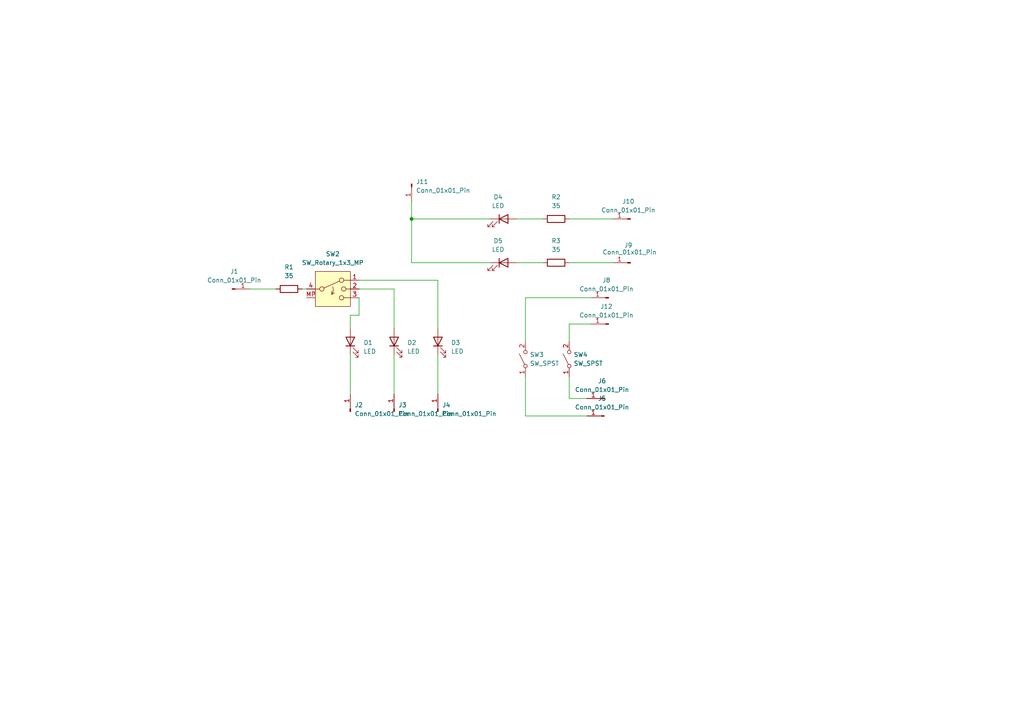
<source format=kicad_sch>
(kicad_sch (version 20250114) (generator "eeschema") (generator_version "9.0")
  (paper "A4")
  (lib_symbols
    (symbol "Connector:Conn_01x01_Pin" (pin_names (offset 1.016) (hide yes))
      (property "Reference" "J" (at 0 2.54 0))
      (property "Value" "Conn_01x01_Pin" (at 0 -2.54 0))
      (symbol "Conn_01x01_Pin_1_1"
        (rectangle (start 0.8636 0.127) (end 0 -0.127) (stroke (width 0.1524)) (fill (type outline)))
        (polyline (pts (xy 1.27 0) (xy 0.8636 0)) (stroke (width 0.1524)))
        (pin passive line (at 5.08 0 180) (length 3.81) (name "Pin_1") (number "1"))
      )
    )
    (symbol "Device:LED" (pin_numbers (hide yes)) (pin_names (offset 1.016) (hide yes))
      (property "Reference" "D" (at 0 2.54 0))
      (property "Value" "LED" (at 0 -2.54 0))
      (symbol "LED_0_1"
        (polyline (pts (xy -3.048 -0.762) (xy -4.572 -2.286) (xy -3.81 -2.286) (xy -4.572 -2.286) (xy -4.572 -1.524)))
        (polyline (pts (xy -1.778 -0.762) (xy -3.302 -2.286) (xy -2.54 -2.286) (xy -3.302 -2.286) (xy -3.302 -1.524)))
        (polyline (pts (xy -1.27 0) (xy 1.27 0)))
        (polyline (pts (xy -1.27 -1.27) (xy -1.27 1.27)) (stroke (width 0.254)))
        (polyline (pts (xy 1.27 -1.27) (xy 1.27 1.27) (xy -1.27 0) (xy 1.27 -1.27)) (stroke (width 0.254)))
      )
      (symbol "LED_1_1"
        (pin passive line (at -3.81 0 0) (length 2.54) (name "K") (number "1"))
        (pin passive line (at 3.81 0 180) (length 2.54) (name "A") (number "2"))
      )
    )
    (symbol "Device:R" (pin_numbers (hide yes)) (pin_names (offset 0))
      (property "Reference" "R" (at 2.032 0 90))
      (property "Value" "R" (at 0 0 90))
      (symbol "R_0_1"
        (rectangle (start -1.016 -2.54) (end 1.016 2.54) (stroke (width 0.254)))
      )
      (symbol "R_1_1"
        (pin passive line (at 0 3.81 270) (length 1.27) (name "~") (number "1"))
        (pin passive line (at 0 -3.81 90) (length 1.27) (name "~") (number "2"))
      )
    )
    (symbol "Switch:SW_Rotary_1x3_MP" (pin_names (hide yes))
      (property "Reference" "SW" (at 0 6.35 0))
      (property "Value" "SW_Rotary_1x3_MP" (at 8.89 -6.35 0))
      (symbol "SW_Rotary_1x3_MP_0_1"
        (polyline (pts (xy -5.08 0) (xy -3.81 0)))
        (circle (center -3.175 0) (radius 0.635))
        (polyline (pts (xy -2.5908 0.254) (xy 1.9304 2.286)))
        (arc (start 0 0.635) (mid 0.0861 -0.5113) (end -0.3176 -1.5875))
        (polyline (pts (xy -0.3176 -1.5875) (xy -0.3176 -0.6985)))
        (polyline (pts (xy -0.3176 -1.5875) (xy -0.3176 -1.5875)))
        (polyline (pts (xy -0.3176 -1.5875) (xy 0.4444 -1.0795)))
        (circle (center 2.54 2.54) (radius 0.635))
        (circle (center 2.54 -2.54) (radius 0.635))
        (circle (center 3.175 0) (radius 0.635))
        (polyline (pts (xy 5.08 2.54) (xy 3.175 2.54)))
        (polyline (pts (xy 5.08 0) (xy 3.81 0)))
        (polyline (pts (xy 5.08 -2.54) (xy 3.175 -2.54)))
      )
      (symbol "SW_Rotary_1x3_MP_1_1"
        (rectangle (start -5.08 5.08) (end 5.08 -5.08) (fill (type background)))
        (pin passive line (at -7.62 0 0) (length 2.54) (name "") (number "4"))
        (pin passive line (at -7.62 -2.54 0) (length 2.54) (name "") (number "MP"))
        (pin passive line (at 7.62 2.54 180) (length 2.54) (name "") (number "1"))
        (pin passive line (at 7.62 0 180) (length 2.54) (name "") (number "2"))
        (pin passive line (at 7.62 -2.54 180) (length 2.54) (name "") (number "3"))
      )
    )
    (symbol "Switch:SW_SPST" (pin_names (offset 0) (hide yes))
      (property "Reference" "SW" (at 0 3.175 0))
      (property "Value" "SW_SPST" (at 0 -2.54 0))
      (symbol "SW_SPST_0_0"
        (circle (center -2.032 0) (radius 0.508))
        (polyline (pts (xy -1.524 0.254) (xy 1.524 1.778)))
        (circle (center 2.032 0) (radius 0.508))
      )
      (symbol "SW_SPST_1_1"
        (pin passive line (at -5.08 0 0) (length 2.54) (name "A") (number "1"))
        (pin passive line (at 5.08 0 180) (length 2.54) (name "B") (number "2"))
      )
    )
  )
  (junction (at 119.38 63.5))
  (wire (pts (xy 104.14 83.82) (xy 114.3 83.82)))
  (wire (pts (xy 142.24 76.2) (xy 119.38 76.2)))
  (wire (pts (xy 114.3 83.82) (xy 114.3 95.25)))
  (wire (pts (xy 149.86 76.2) (xy 157.48 76.2)))
  (wire (pts (xy 104.14 86.36) (xy 104.14 91.44)))
  (wire (pts (xy 152.4 120.65) (xy 170.18 120.65)))
  (wire (pts (xy 170.18 115.57) (xy 165.1 115.57)))
  (wire (pts (xy 114.3 102.87) (xy 114.3 114.3)))
  (wire (pts (xy 149.86 63.5) (xy 157.48 63.5)))
  (wire (pts (xy 101.6 102.87) (xy 101.6 114.3)))
  (wire (pts (xy 152.4 99.06) (xy 152.4 86.36)))
  (wire (pts (xy 127 102.87) (xy 127 114.3)))
  (wire (pts (xy 142.24 63.5) (xy 119.38 63.5)))
  (wire (pts (xy 104.14 91.44) (xy 101.6 91.44)))
  (wire (pts (xy 104.14 81.28) (xy 127 81.28)))
  (wire (pts (xy 165.1 76.2) (xy 177.8 76.2)))
  (wire (pts (xy 119.38 63.5) (xy 119.38 58.42)))
  (wire (pts (xy 119.38 76.2) (xy 119.38 63.5)))
  (wire (pts (xy 152.4 86.36) (xy 171.45 86.36)))
  (wire (pts (xy 165.1 93.98) (xy 171.45 93.98)))
  (wire (pts (xy 152.4 109.22) (xy 152.4 120.65)))
  (wire (pts (xy 165.1 99.06) (xy 165.1 93.98)))
  (wire (pts (xy 101.6 91.44) (xy 101.6 95.25)))
  (wire (pts (xy 127 81.28) (xy 127 95.25)))
  (wire (pts (xy 165.1 115.57) (xy 165.1 109.22)))
  (wire (pts (xy 165.1 63.5) (xy 177.8 63.5)))
  (wire (pts (xy 88.9 83.82) (xy 87.63 83.82)))
  (wire (pts (xy 72.39 83.82) (xy 80.01 83.82)))
  (symbol (lib_id "Connector:Conn_01x01_Pin") (at 127 119.38 90) (unit 1)
    (property "Reference" "J4" (at 128.27 117.4749 90) (effects (justify right)))
    (property "Value" "Conn_01x01_Pin" (at 128.27 120.0149 90) (effects (justify right)))
    (property "Footprint" "Connector_Wire:SolderWire-1sqmm_1x01_D1.4mm_OD2.7mm" (effects (hide yes)))
    (property "Description" "Generic connector, single row, 01x01, script generated" (effects (hide yes)))
  )
  (symbol (lib_id "Connector:Conn_01x01_Pin") (at 182.88 76.2 180) (unit 1)
    (property "Reference" "J9" (at 182.245 71.12 0))
    (property "Value" "Conn_01x01_Pin" (at 182.626 73.152 0))
    (property "Footprint" "Connector_Wire:SolderWire-1sqmm_1x01_D1.4mm_OD2.7mm" (effects (hide yes)))
    (property "Description" "Generic connector, single row, 01x01, script generated" (effects (hide yes)))
  )
  (symbol (lib_id "Switch:SW_SPST") (at 165.1 104.14 90) (unit 1)
    (property "Reference" "SW4" (at 166.37 102.8699 90) (effects (justify right)))
    (property "Value" "SW_SPST" (at 166.37 105.4099 90) (effects (justify right)))
    (property "Description" "Single Pole Single Throw (SPST) switch" (effects (hide yes)))
  )
  (symbol (lib_id "Connector:Conn_01x01_Pin") (at 114.3 119.38 90) (unit 1)
    (property "Reference" "J3" (at 115.57 117.4749 90) (effects (justify right)))
    (property "Value" "Conn_01x01_Pin" (at 115.57 120.0149 90) (effects (justify right)))
    (property "Footprint" "Connector_Wire:SolderWire-1sqmm_1x01_D1.4mm_OD2.7mm" (effects (hide yes)))
    (property "Description" "Generic connector, single row, 01x01, script generated" (effects (hide yes)))
  )
  (symbol (lib_id "Device:R") (at 83.82 83.82 90) (unit 1)
    (property "Reference" "R1" (at 83.82 77.47 90))
    (property "Value" "35" (at 83.82 80.01 90))
    (property "Footprint" "Resistor_THT:R_Axial_DIN0207_L6.3mm_D2.5mm_P10.16mm_Horizontal" (effects (hide yes)))
    (property "Description" "Resistor" (effects (hide yes)))
  )
  (symbol (lib_id "Connector:Conn_01x01_Pin") (at 182.88 63.5 180) (unit 1)
    (property "Reference" "J10" (at 182.245 58.42 0))
    (property "Value" "Conn_01x01_Pin" (at 182.245 60.96 0))
    (property "Footprint" "Connector_Wire:SolderWire-1sqmm_1x01_D1.4mm_OD2.7mm" (effects (hide yes)))
    (property "Description" "Generic connector, single row, 01x01, script generated" (effects (hide yes)))
  )
  (symbol (lib_id "Device:LED") (at 114.3 99.06 90) (unit 1)
    (property "Reference" "D2" (at 118.11 99.3774 90) (effects (justify right)))
    (property "Value" "LED" (at 118.11 101.9174 90) (effects (justify right)))
    (property "Footprint" "LED_THT:LED_D3.0mm" (effects (hide yes)))
    (property "Description" "Light emitting diode" (effects (hide yes)))
    (property "Sim.Pins" "1=K 2=A" (effects (hide yes)))
  )
  (symbol (lib_id "Connector:Conn_01x01_Pin") (at 176.53 86.36 180) (unit 1)
    (property "Reference" "J8" (at 175.895 81.28 0))
    (property "Value" "Conn_01x01_Pin" (at 175.895 83.82 0))
    (property "Footprint" "Connector_Wire:SolderWire-1sqmm_1x01_D1.4mm_OD2.7mm" (effects (hide yes)))
    (property "Description" "Generic connector, single row, 01x01, script generated" (effects (hide yes)))
  )
  (symbol (lib_id "Connector:Conn_01x01_Pin") (at 67.31 83.82 0) (unit 1)
    (property "Reference" "J1" (at 67.945 78.74 0))
    (property "Value" "Conn_01x01_Pin" (at 67.945 81.28 0))
    (property "Footprint" "Connector_Wire:SolderWire-1sqmm_1x01_D1.4mm_OD2.7mm" (effects (hide yes)))
    (property "Description" "Generic connector, single row, 01x01, script generated" (effects (hide yes)))
  )
  (symbol (lib_id "Device:LED") (at 146.05 63.5 0) (unit 1)
    (property "Reference" "D4" (at 144.4625 57.15 0))
    (property "Value" "LED" (at 144.4625 59.69 0))
    (property "Footprint" "LED_THT:LED_D3.0mm" (effects (hide yes)))
    (property "Description" "Light emitting diode" (effects (hide yes)))
    (property "Sim.Pins" "1=K 2=A" (effects (hide yes)))
  )
  (symbol (lib_id "Device:LED") (at 146.05 76.2 0) (unit 1)
    (property "Reference" "D5" (at 144.4625 69.85 0))
    (property "Value" "LED" (at 144.4625 72.39 0))
    (property "Footprint" "LED_THT:LED_D3.0mm" (effects (hide yes)))
    (property "Description" "Light emitting diode" (effects (hide yes)))
    (property "Sim.Pins" "1=K 2=A" (effects (hide yes)))
  )
  (symbol (lib_id "Connector:Conn_01x01_Pin") (at 176.53 93.98 180) (unit 1)
    (property "Reference" "J12" (at 175.895 88.9 0))
    (property "Value" "Conn_01x01_Pin" (at 175.895 91.44 0))
    (property "Footprint" "Connector_Wire:SolderWire-1sqmm_1x01_D1.4mm_OD2.7mm" (effects (hide yes)))
    (property "Description" "Generic connector, single row, 01x01, script generated" (effects (hide yes)))
  )
  (symbol (lib_id "Device:R") (at 161.29 76.2 90) (unit 1)
    (property "Reference" "R3" (at 161.29 69.85 90))
    (property "Value" "35" (at 161.29 72.39 90))
    (property "Footprint" "Resistor_THT:R_Axial_DIN0207_L6.3mm_D2.5mm_P10.16mm_Horizontal" (effects (hide yes)))
    (property "Description" "Resistor" (effects (hide yes)))
  )
  (symbol (lib_id "Connector:Conn_01x01_Pin") (at 119.38 53.34 270) (unit 1)
    (property "Reference" "J11" (at 120.65 52.7049 90) (effects (justify left)))
    (property "Value" "Conn_01x01_Pin" (at 120.65 55.2449 90) (effects (justify left)))
    (property "Footprint" "Connector_Wire:SolderWire-1sqmm_1x01_D1.4mm_OD2.7mm" (effects (hide yes)))
    (property "Description" "Generic connector, single row, 01x01, script generated" (effects (hide yes)))
  )
  (symbol (lib_id "Connector:Conn_01x01_Pin") (at 101.6 119.38 90) (unit 1)
    (property "Reference" "J2" (at 102.87 117.4749 90) (effects (justify right)))
    (property "Value" "Conn_01x01_Pin" (at 102.87 120.0149 90) (effects (justify right)))
    (property "Footprint" "Connector_Wire:SolderWire-1sqmm_1x01_D1.4mm_OD2.7mm" (effects (hide yes)))
    (property "Description" "Generic connector, single row, 01x01, script generated" (effects (hide yes)))
  )
  (symbol (lib_id "Device:R") (at 161.29 63.5 90) (unit 1)
    (property "Reference" "R2" (at 161.29 57.15 90))
    (property "Value" "35" (at 161.29 59.69 90))
    (property "Footprint" "Resistor_THT:R_Axial_DIN0207_L6.3mm_D2.5mm_P10.16mm_Horizontal" (effects (hide yes)))
    (property "Description" "Resistor" (effects (hide yes)))
  )
  (symbol (lib_id "Switch:SW_Rotary_1x3_MP") (at 96.52 83.82 0) (unit 1)
    (property "Reference" "SW2" (at 96.52 73.66 0))
    (property "Value" "SW_Rotary_1x3_MP" (at 96.52 76.2 0))
    (property "Description" "Rotary switch 1x3, SP3T with mount point" (effects (hide yes)))
  )
  (symbol (lib_id "Device:LED") (at 101.6 99.06 90) (unit 1)
    (property "Reference" "D1" (at 105.41 99.3774 90) (effects (justify right)))
    (property "Value" "LED" (at 105.41 101.9174 90) (effects (justify right)))
    (property "Footprint" "LED_THT:LED_D3.0mm" (effects (hide yes)))
    (property "Description" "Light emitting diode" (effects (hide yes)))
    (property "Sim.Pins" "1=K 2=A" (effects (hide yes)))
  )
  (symbol (lib_id "Device:LED") (at 127 99.06 90) (unit 1)
    (property "Reference" "D3" (at 130.81 99.3774 90) (effects (justify right)))
    (property "Value" "LED" (at 130.81 101.9174 90) (effects (justify right)))
    (property "Footprint" "LED_THT:LED_D3.0mm" (effects (hide yes)))
    (property "Description" "Light emitting diode" (effects (hide yes)))
    (property "Sim.Pins" "1=K 2=A" (effects (hide yes)))
  )
  (symbol (lib_id "Connector:Conn_01x01_Pin") (at 175.26 120.65 180) (unit 1)
    (property "Reference" "J5" (at 174.625 115.57 0))
    (property "Value" "Conn_01x01_Pin" (at 174.625 118.11 0))
    (property "Footprint" "Connector_Wire:SolderWire-1sqmm_1x01_D1.4mm_OD2.7mm" (effects (hide yes)))
    (property "Description" "Generic connector, single row, 01x01, script generated" (effects (hide yes)))
  )
  (symbol (lib_id "Connector:Conn_01x01_Pin") (at 175.26 115.57 180) (unit 1)
    (property "Reference" "J6" (at 174.625 110.49 0))
    (property "Value" "Conn_01x01_Pin" (at 174.625 113.03 0))
    (property "Footprint" "Connector_Wire:SolderWire-1sqmm_1x01_D1.4mm_OD2.7mm" (effects (hide yes)))
    (property "Description" "Generic connector, single row, 01x01, script generated" (effects (hide yes)))
  )
  (symbol (lib_id "Switch:SW_SPST") (at 152.4 104.14 90) (unit 1)
    (property "Reference" "SW3" (at 153.67 102.8699 90) (effects (justify right)))
    (property "Value" "SW_SPST" (at 153.67 105.4099 90) (effects (justify right)))
    (property "Description" "Single Pole Single Throw (SPST) switch" (effects (hide yes)))
  )
)
</source>
